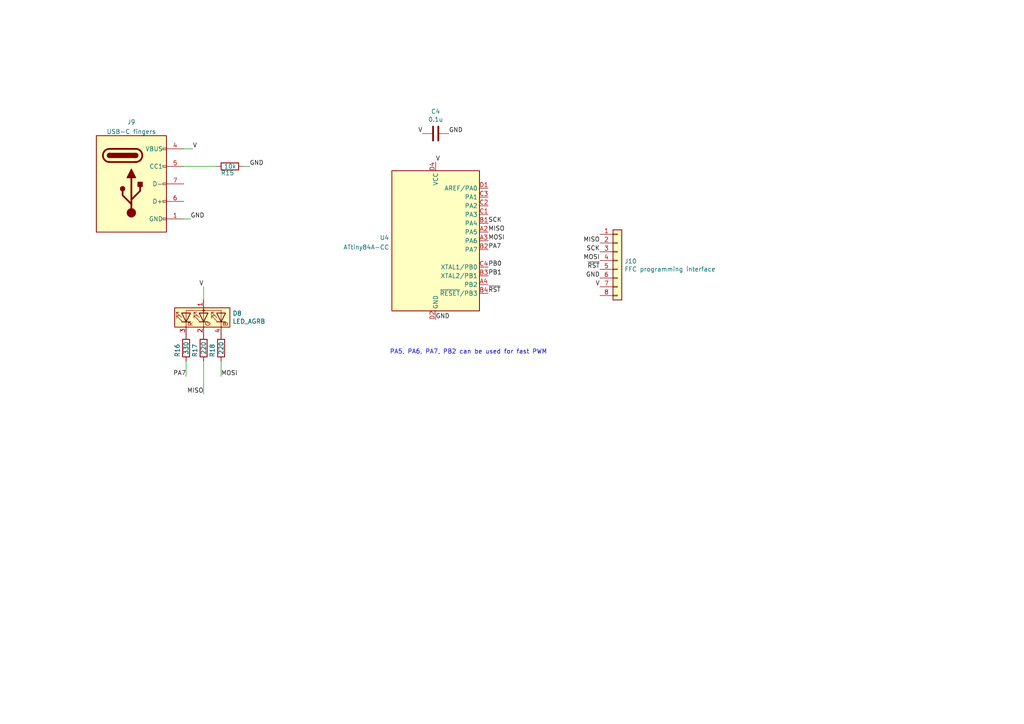
<source format=kicad_sch>
(kicad_sch (version 20211123) (generator eeschema)
  (paper "A4")
  (lib_symbols
    (symbol "Connector_Generic:Conn_01x08" (pin_names (offset 1.016) hide)
      (property "Reference" "J" (at 0 10.16 0))
      (property "Value" "Conn_01x08" (at 0 -12.7 0))
      (symbol "Conn_01x08_1_1"
        (rectangle (start -1.27 -10.033) (end 0 -10.287) (stroke (width 0.1524)))
        (rectangle (start -1.27 -7.493) (end 0 -7.747) (stroke (width 0.1524)))
        (rectangle (start -1.27 -4.953) (end 0 -5.207) (stroke (width 0.1524)))
        (rectangle (start -1.27 -2.413) (end 0 -2.667) (stroke (width 0.1524)))
        (rectangle (start -1.27 0.127) (end 0 -0.127) (stroke (width 0.1524)))
        (rectangle (start -1.27 2.667) (end 0 2.413) (stroke (width 0.1524)))
        (rectangle (start -1.27 5.207) (end 0 4.953) (stroke (width 0.1524)))
        (rectangle (start -1.27 7.747) (end 0 7.493) (stroke (width 0.1524)))
        (rectangle (start -1.27 8.89) (end 1.27 -11.43) (stroke (width 0.254)) (fill (type background)))
        (pin passive line (at -5.08 7.62 0) (length 3.81) (name "Pin_1") (number "1"))
        (pin passive line (at -5.08 5.08 0) (length 3.81) (name "Pin_2") (number "2"))
        (pin passive line (at -5.08 2.54 0) (length 3.81) (name "Pin_3") (number "3"))
        (pin passive line (at -5.08 0 0) (length 3.81) (name "Pin_4") (number "4"))
        (pin passive line (at -5.08 -2.54 0) (length 3.81) (name "Pin_5") (number "5"))
        (pin passive line (at -5.08 -5.08 0) (length 3.81) (name "Pin_6") (number "6"))
        (pin passive line (at -5.08 -7.62 0) (length 3.81) (name "Pin_7") (number "7"))
        (pin passive line (at -5.08 -10.16 0) (length 3.81) (name "Pin_8") (number "8"))
      )
    )
    (symbol "Device:C" (pin_numbers hide) (pin_names (offset 0.254))
      (property "Reference" "C" (at 0.635 2.54 0))
      (property "Value" "C" (at 0.635 -2.54 0))
      (symbol "C_0_1"
        (polyline (pts (xy -2.032 -0.762) (xy 2.032 -0.762)) (stroke (width 0.508)))
        (polyline (pts (xy -2.032 0.762) (xy 2.032 0.762)) (stroke (width 0.508)))
      )
      (symbol "C_1_1"
        (pin passive line (at 0 3.81 270) (length 2.794) (name "~") (number "1"))
        (pin passive line (at 0 -3.81 90) (length 2.794) (name "~") (number "2"))
      )
    )
    (symbol "Device:LED_AGRB" (pin_names (offset 0) hide)
      (property "Reference" "D" (at 0 9.398 0))
      (property "Value" "LED_AGRB" (at 0 -8.89 0))
      (symbol "LED_AGRB_0_0"
        (text "B" (at -1.905 -6.35 0) (effects (font (size 1.27 1.27))))
        (text "G" (at -1.905 -1.27 0) (effects (font (size 1.27 1.27))))
        (text "R" (at -1.905 3.81 0) (effects (font (size 1.27 1.27))))
      )
      (symbol "LED_AGRB_0_1"
        (polyline (pts (xy -1.27 -5.08) (xy -2.54 -5.08)))
        (polyline (pts (xy -1.27 -5.08) (xy 1.27 -5.08)))
        (polyline (pts (xy -1.27 -3.81) (xy -1.27 -6.35)) (stroke (width 0.254)))
        (polyline (pts (xy -1.27 0) (xy -2.54 0)))
        (polyline (pts (xy -1.27 1.27) (xy -1.27 -1.27)) (stroke (width 0.254)))
        (polyline (pts (xy -1.27 5.08) (xy -2.54 5.08)))
        (polyline (pts (xy -1.27 5.08) (xy 1.27 5.08)))
        (polyline (pts (xy -1.27 6.35) (xy -1.27 3.81)) (stroke (width 0.254)))
        (polyline (pts (xy 1.27 0) (xy -1.27 0)))
        (polyline (pts (xy 1.27 0) (xy 2.54 0)))
        (polyline (pts (xy -1.27 1.27) (xy -1.27 -1.27) (xy -1.27 -1.27)))
        (polyline (pts (xy -1.27 6.35) (xy -1.27 3.81) (xy -1.27 3.81)))
        (polyline (pts (xy 1.27 -5.08) (xy 2.032 -5.08) (xy 2.032 5.08) (xy 1.27 5.08)))
        (polyline (pts (xy 1.27 -3.81) (xy 1.27 -6.35) (xy -1.27 -5.08) (xy 1.27 -3.81)) (stroke (width 0.254)))
        (polyline (pts (xy 1.27 1.27) (xy 1.27 -1.27) (xy -1.27 0) (xy 1.27 1.27)) (stroke (width 0.254)))
        (polyline (pts (xy 1.27 6.35) (xy 1.27 3.81) (xy -1.27 5.08) (xy 1.27 6.35)) (stroke (width 0.254)))
        (polyline (pts (xy -1.016 -3.81) (xy 0.508 -2.286) (xy -0.254 -2.286) (xy 0.508 -2.286) (xy 0.508 -3.048)))
        (polyline (pts (xy -1.016 1.27) (xy 0.508 2.794) (xy -0.254 2.794) (xy 0.508 2.794) (xy 0.508 2.032)))
        (polyline (pts (xy -1.016 6.35) (xy 0.508 7.874) (xy -0.254 7.874) (xy 0.508 7.874) (xy 0.508 7.112)))
        (polyline (pts (xy 0 -3.81) (xy 1.524 -2.286) (xy 0.762 -2.286) (xy 1.524 -2.286) (xy 1.524 -3.048)))
        (polyline (pts (xy 0 1.27) (xy 1.524 2.794) (xy 0.762 2.794) (xy 1.524 2.794) (xy 1.524 2.032)))
        (polyline (pts (xy 0 6.35) (xy 1.524 7.874) (xy 0.762 7.874) (xy 1.524 7.874) (xy 1.524 7.112)))
        (rectangle (start 1.27 -1.27) (end 1.27 1.27))
        (rectangle (start 1.27 1.27) (end 1.27 1.27))
        (rectangle (start 1.27 3.81) (end 1.27 6.35))
        (rectangle (start 1.27 6.35) (end 1.27 6.35))
        (circle (center 2.032 0) (radius 0.254) (fill (type outline)))
        (rectangle (start 2.794 8.382) (end -2.794 -7.62) (stroke (width 0.254)) (fill (type background)))
      )
      (symbol "LED_AGRB_1_1"
        (pin passive line (at 5.08 0 180) (length 2.54) (name "A") (number "1"))
        (pin passive line (at -5.08 0 0) (length 2.54) (name "GK") (number "2"))
        (pin passive line (at -5.08 5.08 0) (length 2.54) (name "RK") (number "3"))
        (pin passive line (at -5.08 -5.08 0) (length 2.54) (name "BK") (number "4"))
      )
    )
    (symbol "Device:R" (pin_numbers hide) (pin_names (offset 0))
      (property "Reference" "R" (at 2.032 0 90))
      (property "Value" "R" (at 0 0 90))
      (symbol "R_0_1"
        (rectangle (start -1.016 -2.54) (end 1.016 2.54) (stroke (width 0.254)))
      )
      (symbol "R_1_1"
        (pin passive line (at 0 3.81 270) (length 1.27) (name "~") (number "1"))
        (pin passive line (at 0 -3.81 90) (length 1.27) (name "~") (number "2"))
      )
    )
    (symbol "MCU_Microchip_ATtiny:ATtiny84A-CC"
      (property "Reference" "U" (at -12.7 21.59 0))
      (property "Value" "ATtiny84A-CC" (at 2.54 -21.59 0))
      (symbol "ATtiny84A-CC_0_1"
        (rectangle (start -12.7 -20.32) (end 12.7 20.32) (stroke (width 0.254)) (fill (type background)))
      )
      (symbol "ATtiny84A-CC_1_1"
        (pin bidirectional line (at 15.24 2.54 180) (length 2.54) (name "PA5") (number "A2"))
        (pin bidirectional line (at 15.24 0 180) (length 2.54) (name "PA6") (number "A3"))
        (pin bidirectional line (at 15.24 -12.7 180) (length 2.54) (name "PB2") (number "A4"))
        (pin bidirectional line (at 15.24 5.08 180) (length 2.54) (name "PA4") (number "B1"))
        (pin bidirectional line (at 15.24 -2.54 180) (length 2.54) (name "PA7") (number "B2"))
        (pin bidirectional line (at 15.24 -10.16 180) (length 2.54) (name "XTAL2/PB1") (number "B3"))
        (pin bidirectional line (at 15.24 -15.24 180) (length 2.54) (name "~{RESET}/PB3") (number "B4"))
        (pin bidirectional line (at 15.24 7.62 180) (length 2.54) (name "PA3") (number "C1"))
        (pin bidirectional line (at 15.24 10.16 180) (length 2.54) (name "PA2") (number "C2"))
        (pin bidirectional line (at 15.24 12.7 180) (length 2.54) (name "PA1") (number "C3"))
        (pin bidirectional line (at 15.24 -7.62 180) (length 2.54) (name "XTAL1/PB0") (number "C4"))
        (pin bidirectional line (at 15.24 15.24 180) (length 2.54) (name "AREF/PA0") (number "D1"))
        (pin power_in line (at 0 -22.86 90) (length 2.54) (name "GND") (number "D2"))
        (pin passive line (at 0 -22.86 90) (length 2.54) hide (name "GND") (number "D3"))
        (pin power_in line (at 0 22.86 270) (length 2.54) (name "VCC") (number "D4"))
      )
    )
    (symbol "USB-C_PCB_experiments:PCB_USB_C_Receptacle" (pin_names (offset 1.016))
      (property "Reference" "J" (at -10.16 16.51 0))
      (property "Value" "PCB_USB_C_Receptacle" (at 19.05 16.51 0))
      (symbol "PCB_USB_C_Receptacle_0_0"
        (rectangle (start 10.16 -10.414) (end 9.144 -9.906))
        (rectangle (start 10.16 -4.826) (end 9.144 -5.334))
        (rectangle (start 10.16 0.254) (end 9.144 -0.254))
        (rectangle (start 10.16 5.334) (end 9.144 4.826))
        (rectangle (start 10.16 10.414) (end 9.144 9.906))
      )
      (symbol "PCB_USB_C_Receptacle_0_1"
        (rectangle (start -10.16 13.97) (end 10.16 -13.97) (stroke (width 0.254)) (fill (type background)))
        (arc (start -6.35 8.89) (mid -6.985 8.255) (end -6.35 7.62) (stroke (width 0.254)))
        (arc (start -6.35 8.89) (mid -6.985 8.255) (end -6.35 7.62) (stroke (width 0.254)) (fill (type outline)))
        (arc (start -6.35 10.16) (mid -8.255 8.255) (end -6.35 6.35) (stroke (width 0.508)))
        (circle (center -2.54 -1.397) (radius 0.635) (stroke (width 0.254)) (fill (type outline)))
        (circle (center 0 -8.382) (radius 1.27) (fill (type outline)))
        (polyline (pts (xy -6.35 10.16) (xy 1.27 10.16)) (stroke (width 0.508)))
        (polyline (pts (xy 0 -8.382) (xy 0 1.778)) (stroke (width 0.508)))
        (polyline (pts (xy 1.27 6.35) (xy -6.35 6.35)) (stroke (width 0.508)))
        (polyline (pts (xy 0 -5.842) (xy -2.54 -3.302) (xy -2.54 -2.032)) (stroke (width 0.508)))
        (polyline (pts (xy 0 -4.572) (xy 2.54 -2.032) (xy 2.54 -0.762)) (stroke (width 0.508)))
        (polyline (pts (xy -1.27 1.778) (xy 0 4.318) (xy 1.27 1.778) (xy -1.27 1.778)) (stroke (width 0.254)) (fill (type outline)))
        (arc (start 1.27 6.35) (mid 3.175 8.255) (end 1.27 10.16) (stroke (width 0.508)))
        (rectangle (start 1.27 7.62) (end -6.35 8.89) (stroke (width 0.254)) (fill (type outline)))
        (arc (start 1.27 7.62) (mid 1.905 8.255) (end 1.27 8.89) (stroke (width 0.254)))
        (arc (start 1.27 7.62) (mid 1.905 8.255) (end 1.27 8.89) (stroke (width 0.254)) (fill (type outline)))
        (rectangle (start 1.905 -0.762) (end 3.175 0.508) (stroke (width 0.254)) (fill (type outline)))
      )
      (symbol "PCB_USB_C_Receptacle_1_1"
        (pin passive line (at 15.24 -10.16 180) (length 5.08) (name "GND") (number "1"))
        (pin passive line (at 15.24 -10.16 180) (length 5.08) hide (name "GND") (number "12"))
        (pin passive line (at 15.24 10.16 180) (length 5.08) (name "VBUS") (number "4"))
        (pin bidirectional line (at 15.24 5.08 180) (length 5.08) (name "CC1") (number "5"))
        (pin bidirectional line (at 15.24 -5.08 180) (length 5.08) (name "D+") (number "6"))
        (pin bidirectional line (at 15.24 0 180) (length 5.08) (name "D-") (number "7"))
        (pin passive line (at 15.24 10.16 180) (length 5.08) hide (name "VBUS") (number "9"))
      )
    )
  )
  (wire (pts (xy 59.055 86.995) (xy 59.055 83.185)))
  (wire (pts (xy 64.135 104.775) (xy 64.135 109.22)))
  (wire (pts (xy 53.34 48.26) (xy 62.865 48.26)))
  (wire (pts (xy 59.055 104.775) (xy 59.055 114.3)))
  (wire (pts (xy 72.39 48.26) (xy 70.485 48.26)))
  (wire (pts (xy 53.975 104.775) (xy 53.975 109.22)))
  (wire (pts (xy 53.34 43.18) (xy 55.88 43.18)))
  (wire (pts (xy 55.245 63.5) (xy 53.34 63.5)))
  (text "PA5, PA6, PA7, PB2 can be used for fast PWM" (at 113.03 102.87 0) (effects (font (size 1.27 1.27)) (justify left bottom)))
  (label "V" (at 173.99 83.185 180))
  (label "GND" (at 55.245 63.5 0))
  (label "MISO" (at 173.99 70.485 180))
  (label "~{RST}" (at 173.99 78.105 180))
  (label "MOSI" (at 173.99 75.565 180))
  (label "GND" (at 173.99 80.645 180))
  (label "PA7" (at 53.975 109.22 180))
  (label "GND" (at 126.365 92.71 0))
  (label "MOSI" (at 141.605 69.85 0))
  (label "MISO" (at 59.055 114.3 180))
  (label "~{RST}" (at 141.605 85.09 0))
  (label "SCK" (at 141.605 64.77 0))
  (label "MOSI" (at 64.135 109.22 0))
  (label "V" (at 59.055 83.185 180))
  (label "V" (at 55.88 43.18 0))
  (label "V" (at 126.365 46.99 0))
  (label "GND" (at 130.175 38.735 0))
  (label "PB1" (at 141.605 80.01 0))
  (label "SCK" (at 173.99 73.025 180))
  (label "MISO" (at 141.605 67.31 0))
  (label "GND" (at 72.39 48.26 0))
  (label "V" (at 122.555 38.735 180))
  (label "PB0" (at 141.605 77.47 0))
  (label "PA7" (at 141.605 72.39 0))
  (symbol (lib_id "Device:R") (at 59.055 100.965 0) (unit 1)
    (property "Reference" "R17" (at 56.515 99.695 90) (effects (justify right)))
    (property "Value" "220" (at 59.055 100.965 90))
    (property "Footprint" "Resistor_SMD:R_0201_0603Metric" (effects hide))
  )
  (symbol (lib_id "Device:C") (at 126.365 38.735 270) (unit 1)
    (property "Reference" "C4" (at 126.365 32.3342 90))
    (property "Value" "0.1u" (at 126.365 34.6456 90))
    (property "Footprint" "Capacitor_SMD:C_0402_1005Metric" (effects hide))
  )
  (symbol (lib_id "Device:R") (at 64.135 100.965 0) (unit 1)
    (property "Reference" "R18" (at 61.595 99.695 90) (effects (justify right)))
    (property "Value" "220" (at 64.135 100.965 90))
    (property "Footprint" "Resistor_SMD:R_0201_0603Metric" (effects hide))
  )
  (symbol (lib_id "Device:LED_AGRB") (at 59.055 92.075 90) (unit 1)
    (property "Reference" "D8" (at 67.437 90.9066 90) (effects (justify right)))
    (property "Value" "LED_AGRB" (at 67.437 93.218 90) (effects (justify right)))
    (property "Footprint" "USB-C_PCB_experiments:LED_everlight_EASV2713RGBA1" (effects hide))
  )
  (symbol (lib_id "Device:R") (at 53.975 100.965 0) (unit 1)
    (property "Reference" "R16" (at 51.435 99.695 90) (effects (justify right)))
    (property "Value" "330" (at 53.975 100.965 90))
    (property "Footprint" "Resistor_SMD:R_0201_0603Metric" (effects hide))
  )
  (symbol (lib_id "Connector_Generic:Conn_01x08") (at 179.07 75.565 0) (unit 1)
    (property "Reference" "J10" (at 181.102 75.7682 0) (effects (justify left)))
    (property "Value" "FFC programming interface" (at 181.102 78.0796 0) (effects (justify left)))
    (property "Footprint" "USB-C_PCB_experiments:FFC-08" (effects hide))
  )
  (symbol (lib_id "Device:R") (at 66.675 48.26 270) (unit 1)
    (property "Reference" "R15" (at 67.945 50.165 90) (effects (justify right)))
    (property "Value" "10k" (at 68.58 48.26 90) (effects (justify right)))
    (property "Footprint" "Resistor_SMD:R_0201_0603Metric" (effects hide))
  )
  (symbol (lib_id "MCU_Microchip_ATtiny:ATtiny84A-CC") (at 126.365 69.85 0) (unit 1)
    (property "Reference" "U4" (at 112.9031 68.9415 0) (effects (justify right)))
    (property "Value" "ATtiny84A-CC" (at 112.9031 71.7166 0) (effects (justify right)))
    (property "Footprint" "Package_BGA:UFBGA-15_3.0x3.0mm_Layout4x4_P0.65mm" (effects hide))
    (property "Datasheet" "http://ww1.microchip.com/downloads/en/DeviceDoc/doc8183.pdf" (effects hide))
  )
  (symbol (lib_id "USB-C_PCB_experiments:PCB_USB_C_Receptacle") (at 38.1 53.34 0) (unit 1)
    (property "Reference" "J9" (at 38.1 35.4035 0))
    (property "Value" "USB-C fingers" (at 38.1 38.1786 0))
  )
)
</source>
